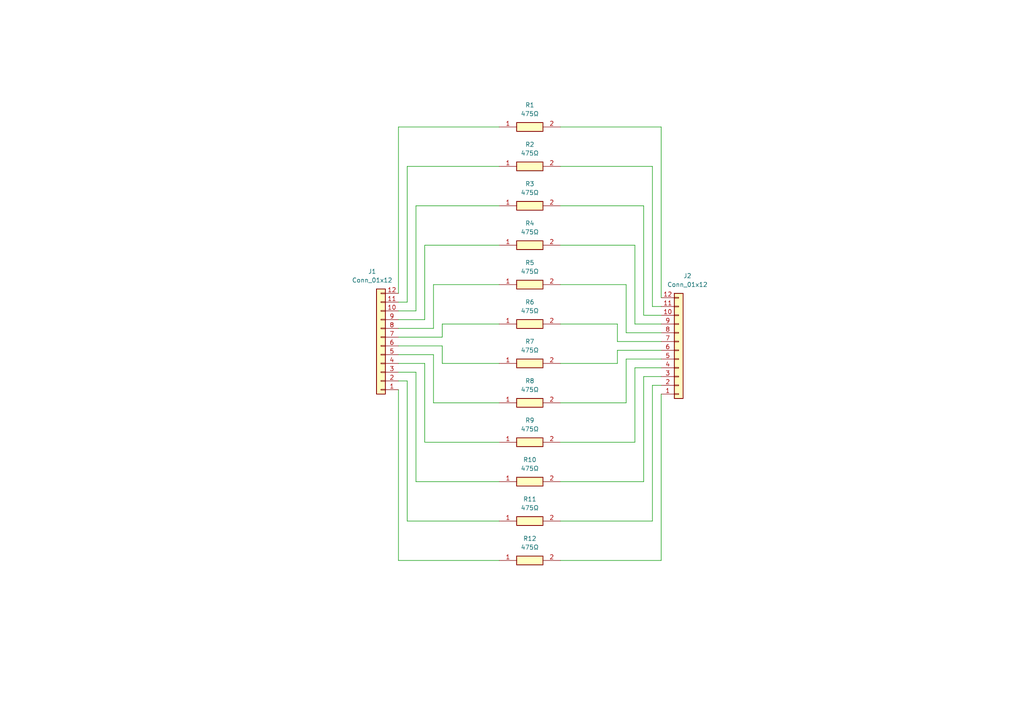
<source format=kicad_sch>
(kicad_sch (version 20230121) (generator eeschema)
  (paper "A4")
  (title_block (title "Vishay / Dale 475Ω SMD805 Breakout Board") (rev "1") (company "AeroNU - FixedWing"))
  (lib_symbols
    (symbol "Connector_Generic:Conn_01x12" (pin_names (offset 1.016) hide)
      (property "Reference" "J" (at 0 15.24 0))
      (property "Value" "Conn_01x12" (at 0 -17.78 0))
      (symbol "Conn_01x12_1_1"
        (rectangle (start -1.27 -15.113) (end 0 -15.367) (stroke (width 0.1524)))
        (rectangle (start -1.27 -12.573) (end 0 -12.827) (stroke (width 0.1524)))
        (rectangle (start -1.27 -10.033) (end 0 -10.287) (stroke (width 0.1524)))
        (rectangle (start -1.27 -7.493) (end 0 -7.747) (stroke (width 0.1524)))
        (rectangle (start -1.27 -4.953) (end 0 -5.207) (stroke (width 0.1524)))
        (rectangle (start -1.27 -2.413) (end 0 -2.667) (stroke (width 0.1524)))
        (rectangle (start -1.27 0.127) (end 0 -0.127) (stroke (width 0.1524)))
        (rectangle (start -1.27 2.667) (end 0 2.413) (stroke (width 0.1524)))
        (rectangle (start -1.27 5.207) (end 0 4.953) (stroke (width 0.1524)))
        (rectangle (start -1.27 7.747) (end 0 7.493) (stroke (width 0.1524)))
        (rectangle (start -1.27 10.287) (end 0 10.033) (stroke (width 0.1524)))
        (rectangle (start -1.27 12.827) (end 0 12.573) (stroke (width 0.1524)))
        (rectangle (start -1.27 13.97) (end 1.27 -16.51) (stroke (width 0.254)) (fill (type background)))
        (pin passive line (at -5.08 12.7 0) (length 3.81) (name "Pin_1") (number "1"))
        (pin passive line (at -5.08 -10.16 0) (length 3.81) (name "Pin_10") (number "10"))
        (pin passive line (at -5.08 -12.7 0) (length 3.81) (name "Pin_11") (number "11"))
        (pin passive line (at -5.08 -15.24 0) (length 3.81) (name "Pin_12") (number "12"))
        (pin passive line (at -5.08 10.16 0) (length 3.81) (name "Pin_2") (number "2"))
        (pin passive line (at -5.08 7.62 0) (length 3.81) (name "Pin_3") (number "3"))
        (pin passive line (at -5.08 5.08 0) (length 3.81) (name "Pin_4") (number "4"))
        (pin passive line (at -5.08 2.54 0) (length 3.81) (name "Pin_5") (number "5"))
        (pin passive line (at -5.08 0 0) (length 3.81) (name "Pin_6") (number "6"))
        (pin passive line (at -5.08 -2.54 0) (length 3.81) (name "Pin_7") (number "7"))
        (pin passive line (at -5.08 -5.08 0) (length 3.81) (name "Pin_8") (number "8"))
        (pin passive line (at -5.08 -7.62 0) (length 3.81) (name "Pin_9") (number "9"))
      )
    )
    (symbol "FixedWing:CRCW0805475RFKEA" (pin_names hide)
      (property "Reference" "R" (at 13.97 6.35 0))
      (property "Value" "475Ω" (at 13.97 3.81 0))
      (symbol "CRCW0805475RFKEA_1_1"
        (rectangle (start 5.08 1.27) (end 12.7 -1.27) (stroke (width 0.254)) (fill (type background)))
        (pin passive line (at 0 0 0) (length 5.08) (name "1") (number "1"))
        (pin passive line (at 17.78 0 180) (length 5.08) (name "2") (number "2"))
      )
    )
  )
  (wire (pts (xy 191.77 93.98) (xy 184.15 93.98)))
  (wire (pts (xy 115.57 92.71) (xy 123.19 92.71)))
  (wire (pts (xy 118.11 48.26) (xy 144.78 48.26)))
  (wire (pts (xy 115.57 105.41) (xy 123.19 105.41)))
  (wire (pts (xy 115.57 113.03) (xy 115.57 162.56)))
  (wire (pts (xy 115.57 95.25) (xy 125.73 95.25)))
  (wire (pts (xy 115.57 102.87) (xy 125.73 102.87)))
  (wire (pts (xy 186.69 139.7) (xy 186.69 109.22)))
  (wire (pts (xy 181.61 96.52) (xy 181.61 82.55)))
  (wire (pts (xy 125.73 116.84) (xy 144.78 116.84)))
  (wire (pts (xy 125.73 102.87) (xy 125.73 116.84)))
  (wire (pts (xy 115.57 110.49) (xy 118.11 110.49)))
  (wire (pts (xy 115.57 100.33) (xy 128.27 100.33)))
  (wire (pts (xy 189.23 48.26) (xy 162.56 48.26)))
  (wire (pts (xy 184.15 128.27) (xy 184.15 106.68)))
  (wire (pts (xy 191.77 96.52) (xy 181.61 96.52)))
  (wire (pts (xy 179.07 105.41) (xy 162.56 105.41)))
  (wire (pts (xy 120.65 59.69) (xy 144.78 59.69)))
  (wire (pts (xy 179.07 105.41) (xy 179.07 101.6)))
  (wire (pts (xy 181.61 116.84) (xy 181.61 104.14)))
  (wire (pts (xy 128.27 93.98) (xy 144.78 93.98)))
  (wire (pts (xy 191.77 162.56) (xy 191.77 114.3)))
  (wire (pts (xy 115.57 107.95) (xy 120.65 107.95)))
  (wire (pts (xy 123.19 71.12) (xy 144.78 71.12)))
  (wire (pts (xy 128.27 100.33) (xy 128.27 105.41)))
  (wire (pts (xy 191.77 86.36) (xy 191.77 36.83)))
  (wire (pts (xy 189.23 151.13) (xy 162.56 151.13)))
  (wire (pts (xy 118.11 151.13) (xy 144.78 151.13)))
  (wire (pts (xy 125.73 82.55) (xy 144.78 82.55)))
  (wire (pts (xy 191.77 104.14) (xy 181.61 104.14)))
  (wire (pts (xy 128.27 105.41) (xy 144.78 105.41)))
  (wire (pts (xy 115.57 162.56) (xy 144.78 162.56)))
  (wire (pts (xy 181.61 116.84) (xy 162.56 116.84)))
  (wire (pts (xy 189.23 88.9) (xy 189.23 48.26)))
  (wire (pts (xy 191.77 106.68) (xy 184.15 106.68)))
  (wire (pts (xy 123.19 105.41) (xy 123.19 128.27)))
  (wire (pts (xy 184.15 128.27) (xy 162.56 128.27)))
  (wire (pts (xy 120.65 59.69) (xy 120.65 90.17)))
  (wire (pts (xy 191.77 162.56) (xy 162.56 162.56)))
  (wire (pts (xy 191.77 99.06) (xy 179.07 99.06)))
  (wire (pts (xy 179.07 99.06) (xy 179.07 93.98)))
  (wire (pts (xy 115.57 90.17) (xy 120.65 90.17)))
  (wire (pts (xy 118.11 110.49) (xy 118.11 151.13)))
  (wire (pts (xy 120.65 139.7) (xy 144.78 139.7)))
  (wire (pts (xy 186.69 59.69) (xy 162.56 59.69)))
  (wire (pts (xy 115.57 97.79) (xy 128.27 97.79)))
  (wire (pts (xy 123.19 71.12) (xy 123.19 92.71)))
  (wire (pts (xy 128.27 93.98) (xy 128.27 97.79)))
  (wire (pts (xy 115.57 87.63) (xy 118.11 87.63)))
  (wire (pts (xy 191.77 101.6) (xy 179.07 101.6)))
  (wire (pts (xy 179.07 93.98) (xy 162.56 93.98)))
  (wire (pts (xy 123.19 128.27) (xy 144.78 128.27)))
  (wire (pts (xy 184.15 93.98) (xy 184.15 71.12)))
  (wire (pts (xy 191.77 111.76) (xy 189.23 111.76)))
  (wire (pts (xy 186.69 91.44) (xy 186.69 59.69)))
  (wire (pts (xy 115.57 36.83) (xy 115.57 85.09)))
  (wire (pts (xy 120.65 107.95) (xy 120.65 139.7)))
  (wire (pts (xy 191.77 109.22) (xy 186.69 109.22)))
  (wire (pts (xy 191.77 91.44) (xy 186.69 91.44)))
  (wire (pts (xy 186.69 139.7) (xy 162.56 139.7)))
  (wire (pts (xy 125.73 82.55) (xy 125.73 95.25)))
  (wire (pts (xy 191.77 88.9) (xy 189.23 88.9)))
  (wire (pts (xy 115.57 36.83) (xy 144.78 36.83)))
  (wire (pts (xy 181.61 82.55) (xy 162.56 82.55)))
  (wire (pts (xy 184.15 71.12) (xy 162.56 71.12)))
  (wire (pts (xy 118.11 48.26) (xy 118.11 87.63)))
  (wire (pts (xy 189.23 151.13) (xy 189.23 111.76)))
  (wire (pts (xy 191.77 36.83) (xy 162.56 36.83)))
  (symbol (lib_id "FixedWing:CRCW0805475RFKEA") (at 144.78 71.12 0) (unit 1)
    (property "Reference" "R4" (at 153.67 64.77 0))
    (property "Value" "475Ω" (at 153.67 67.31 0))
    (property "Footprint" "RESC2012X50N" (effects hide))
    (property "Datasheet" "http://www.vishay.com/docs/20035/dcrcwe3.pdf" (effects hide))
    (property "Height" "0.5" (effects hide))
    (property "Mouser Part Number" "71-CRCW0805-475-E3" (effects hide))
    (property "Mouser Price/Stock" "https://www.mouser.co.uk/ProductDetail/Vishay-Dale/CRCW0805475RFKEA?qs=H9nSDuxQXAGtYh6oNsznQg%3D%3D" (effects hide))
    (property "Manufacturer_Name" "Vishay" (effects hide))
    (property "Manufacturer_Part_Number" "CRCW0805475RFKEA" (effects hide))
  )
  (symbol (lib_id "FixedWing:CRCW0805475RFKEA") (at 144.78 116.84 0) (unit 1)
    (property "Reference" "R8" (at 153.67 110.49 0))
    (property "Value" "475Ω" (at 153.67 113.03 0))
    (property "Footprint" "RESC2012X50N" (effects hide))
    (property "Datasheet" "http://www.vishay.com/docs/20035/dcrcwe3.pdf" (effects hide))
    (property "Height" "0.5" (effects hide))
    (property "Mouser Part Number" "71-CRCW0805-475-E3" (effects hide))
    (property "Mouser Price/Stock" "https://www.mouser.co.uk/ProductDetail/Vishay-Dale/CRCW0805475RFKEA?qs=H9nSDuxQXAGtYh6oNsznQg%3D%3D" (effects hide))
    (property "Manufacturer_Name" "Vishay" (effects hide))
    (property "Manufacturer_Part_Number" "CRCW0805475RFKEA" (effects hide))
  )
  (symbol (lib_id "FixedWing:CRCW0805475RFKEA") (at 144.78 93.98 0) (unit 1)
    (property "Reference" "R6" (at 153.67 87.63 0))
    (property "Value" "475Ω" (at 153.67 90.17 0))
    (property "Footprint" "RESC2012X50N" (effects hide))
    (property "Datasheet" "http://www.vishay.com/docs/20035/dcrcwe3.pdf" (effects hide))
    (property "Height" "0.5" (effects hide))
    (property "Mouser Part Number" "71-CRCW0805-475-E3" (effects hide))
    (property "Mouser Price/Stock" "https://www.mouser.co.uk/ProductDetail/Vishay-Dale/CRCW0805475RFKEA?qs=H9nSDuxQXAGtYh6oNsznQg%3D%3D" (effects hide))
    (property "Manufacturer_Name" "Vishay" (effects hide))
    (property "Manufacturer_Part_Number" "CRCW0805475RFKEA" (effects hide))
  )
  (symbol (lib_id "FixedWing:CRCW0805475RFKEA") (at 144.78 128.27 0) (unit 1)
    (property "Reference" "R9" (at 153.67 121.92 0))
    (property "Value" "475Ω" (at 153.67 124.46 0))
    (property "Footprint" "RESC2012X50N" (effects hide))
    (property "Datasheet" "http://www.vishay.com/docs/20035/dcrcwe3.pdf" (effects hide))
    (property "Height" "0.5" (effects hide))
    (property "Mouser Part Number" "71-CRCW0805-475-E3" (effects hide))
    (property "Mouser Price/Stock" "https://www.mouser.co.uk/ProductDetail/Vishay-Dale/CRCW0805475RFKEA?qs=H9nSDuxQXAGtYh6oNsznQg%3D%3D" (effects hide))
    (property "Manufacturer_Name" "Vishay" (effects hide))
    (property "Manufacturer_Part_Number" "CRCW0805475RFKEA" (effects hide))
  )
  (symbol (lib_id "FixedWing:CRCW0805475RFKEA") (at 144.78 82.55 0) (unit 1)
    (property "Reference" "R5" (at 153.67 76.2 0))
    (property "Value" "475Ω" (at 153.67 78.74 0))
    (property "Footprint" "RESC2012X50N" (effects hide))
    (property "Datasheet" "http://www.vishay.com/docs/20035/dcrcwe3.pdf" (effects hide))
    (property "Height" "0.5" (effects hide))
    (property "Mouser Part Number" "71-CRCW0805-475-E3" (effects hide))
    (property "Mouser Price/Stock" "https://www.mouser.co.uk/ProductDetail/Vishay-Dale/CRCW0805475RFKEA?qs=H9nSDuxQXAGtYh6oNsznQg%3D%3D" (effects hide))
    (property "Manufacturer_Name" "Vishay" (effects hide))
    (property "Manufacturer_Part_Number" "CRCW0805475RFKEA" (effects hide))
  )
  (symbol (lib_id "FixedWing:CRCW0805475RFKEA") (at 144.78 151.13 0) (unit 1)
    (property "Reference" "R11" (at 153.67 144.78 0))
    (property "Value" "475Ω" (at 153.67 147.32 0))
    (property "Footprint" "RESC2012X50N" (effects hide))
    (property "Datasheet" "http://www.vishay.com/docs/20035/dcrcwe3.pdf" (effects hide))
    (property "Height" "0.5" (effects hide))
    (property "Mouser Part Number" "71-CRCW0805-475-E3" (effects hide))
    (property "Mouser Price/Stock" "https://www.mouser.co.uk/ProductDetail/Vishay-Dale/CRCW0805475RFKEA?qs=H9nSDuxQXAGtYh6oNsznQg%3D%3D" (effects hide))
    (property "Manufacturer_Name" "Vishay" (effects hide))
    (property "Manufacturer_Part_Number" "CRCW0805475RFKEA" (effects hide))
  )
  (symbol (lib_id "FixedWing:CRCW0805475RFKEA") (at 144.78 48.26 0) (unit 1)
    (property "Reference" "R2" (at 153.67 41.91 0))
    (property "Value" "475Ω" (at 153.67 44.45 0))
    (property "Footprint" "RESC2012X50N" (effects hide))
    (property "Datasheet" "http://www.vishay.com/docs/20035/dcrcwe3.pdf" (effects hide))
    (property "Height" "0.5" (effects hide))
    (property "Mouser Part Number" "71-CRCW0805-475-E3" (effects hide))
    (property "Mouser Price/Stock" "https://www.mouser.co.uk/ProductDetail/Vishay-Dale/CRCW0805475RFKEA?qs=H9nSDuxQXAGtYh6oNsznQg%3D%3D" (effects hide))
    (property "Manufacturer_Name" "Vishay" (effects hide))
    (property "Manufacturer_Part_Number" "CRCW0805475RFKEA" (effects hide))
  )
  (symbol (lib_id "FixedWing:CRCW0805475RFKEA") (at 144.78 59.69 0) (unit 1)
    (property "Reference" "R3" (at 153.67 53.34 0))
    (property "Value" "475Ω" (at 153.67 55.88 0))
    (property "Footprint" "RESC2012X50N" (effects hide))
    (property "Datasheet" "http://www.vishay.com/docs/20035/dcrcwe3.pdf" (effects hide))
    (property "Height" "0.5" (effects hide))
    (property "Mouser Part Number" "71-CRCW0805-475-E3" (effects hide))
    (property "Mouser Price/Stock" "https://www.mouser.co.uk/ProductDetail/Vishay-Dale/CRCW0805475RFKEA?qs=H9nSDuxQXAGtYh6oNsznQg%3D%3D" (effects hide))
    (property "Manufacturer_Name" "Vishay" (effects hide))
    (property "Manufacturer_Part_Number" "CRCW0805475RFKEA" (effects hide))
  )
  (symbol (lib_id "FixedWing:CRCW0805475RFKEA") (at 144.78 139.7 0) (unit 1)
    (property "Reference" "R10" (at 153.67 133.35 0))
    (property "Value" "475Ω" (at 153.67 135.89 0))
    (property "Footprint" "RESC2012X50N" (effects hide))
    (property "Datasheet" "http://www.vishay.com/docs/20035/dcrcwe3.pdf" (effects hide))
    (property "Height" "0.5" (effects hide))
    (property "Mouser Part Number" "71-CRCW0805-475-E3" (effects hide))
    (property "Mouser Price/Stock" "https://www.mouser.co.uk/ProductDetail/Vishay-Dale/CRCW0805475RFKEA?qs=H9nSDuxQXAGtYh6oNsznQg%3D%3D" (effects hide))
    (property "Manufacturer_Name" "Vishay" (effects hide))
    (property "Manufacturer_Part_Number" "CRCW0805475RFKEA" (effects hide))
  )
  (symbol (lib_id "FixedWing:CRCW0805475RFKEA") (at 144.78 162.56 0) (unit 1)
    (property "Reference" "R12" (at 153.67 156.21 0))
    (property "Value" "475Ω" (at 153.67 158.75 0))
    (property "Footprint" "RESC2012X50N" (effects hide))
    (property "Datasheet" "http://www.vishay.com/docs/20035/dcrcwe3.pdf" (effects hide))
    (property "Height" "0.5" (effects hide))
    (property "Mouser Part Number" "71-CRCW0805-475-E3" (effects hide))
    (property "Mouser Price/Stock" "https://www.mouser.co.uk/ProductDetail/Vishay-Dale/CRCW0805475RFKEA?qs=H9nSDuxQXAGtYh6oNsznQg%3D%3D" (effects hide))
    (property "Manufacturer_Name" "Vishay" (effects hide))
    (property "Manufacturer_Part_Number" "CRCW0805475RFKEA" (effects hide))
  )
  (symbol (lib_id "FixedWing:CRCW0805475RFKEA") (at 144.78 105.41 0) (unit 1)
    (property "Reference" "R7" (at 153.67 99.06 0))
    (property "Value" "475Ω" (at 153.67 101.6 0))
    (property "Footprint" "RESC2012X50N" (effects hide))
    (property "Datasheet" "http://www.vishay.com/docs/20035/dcrcwe3.pdf" (effects hide))
    (property "Height" "0.5" (effects hide))
    (property "Mouser Part Number" "71-CRCW0805-475-E3" (effects hide))
    (property "Mouser Price/Stock" "https://www.mouser.co.uk/ProductDetail/Vishay-Dale/CRCW0805475RFKEA?qs=H9nSDuxQXAGtYh6oNsznQg%3D%3D" (effects hide))
    (property "Manufacturer_Name" "Vishay" (effects hide))
    (property "Manufacturer_Part_Number" "CRCW0805475RFKEA" (effects hide))
  )
  (symbol (lib_id "FixedWing:CRCW0805475RFKEA") (at 144.78 36.83 0) (unit 1)
    (property "Reference" "R1" (at 153.67 30.48 0))
    (property "Value" "475Ω" (at 153.67 33.02 0))
    (property "Footprint" "RESC2012X50N" (effects hide))
    (property "Datasheet" "http://www.vishay.com/docs/20035/dcrcwe3.pdf" (effects hide))
    (property "Height" "0.5" (effects hide))
    (property "Mouser Part Number" "71-CRCW0805-475-E3" (effects hide))
    (property "Mouser Price/Stock" "https://www.mouser.co.uk/ProductDetail/Vishay-Dale/CRCW0805475RFKEA?qs=H9nSDuxQXAGtYh6oNsznQg%3D%3D" (effects hide))
    (property "Manufacturer_Name" "Vishay" (effects hide))
    (property "Manufacturer_Part_Number" "CRCW0805475RFKEA" (effects hide))
  )
  (symbol (lib_id "Connector_Generic:Conn_01x12") (at 110.49 100.33 180) (unit 1)
    (property "Reference" "J1" (at 107.95 78.74 0))
    (property "Value" "Conn_01x12" (at 107.95 81.28 0))
    (property "Footprint" "Connector_PinSocket_2.54mm:PinSocket_1x12_P2.54mm_Vertical" (effects hide))
  )
  (symbol (lib_id "Connector_Generic:Conn_01x12") (at 196.85 101.6 0) (mirror x) (unit 1)
    (property "Reference" "J2" (at 199.39 80.01 0))
    (property "Value" "Conn_01x12" (at 199.39 82.55 0))
    (property "Footprint" "Connector_PinSocket_2.54mm:PinSocket_1x12_P2.54mm_Vertical" (effects hide))
  )
)
</source>
